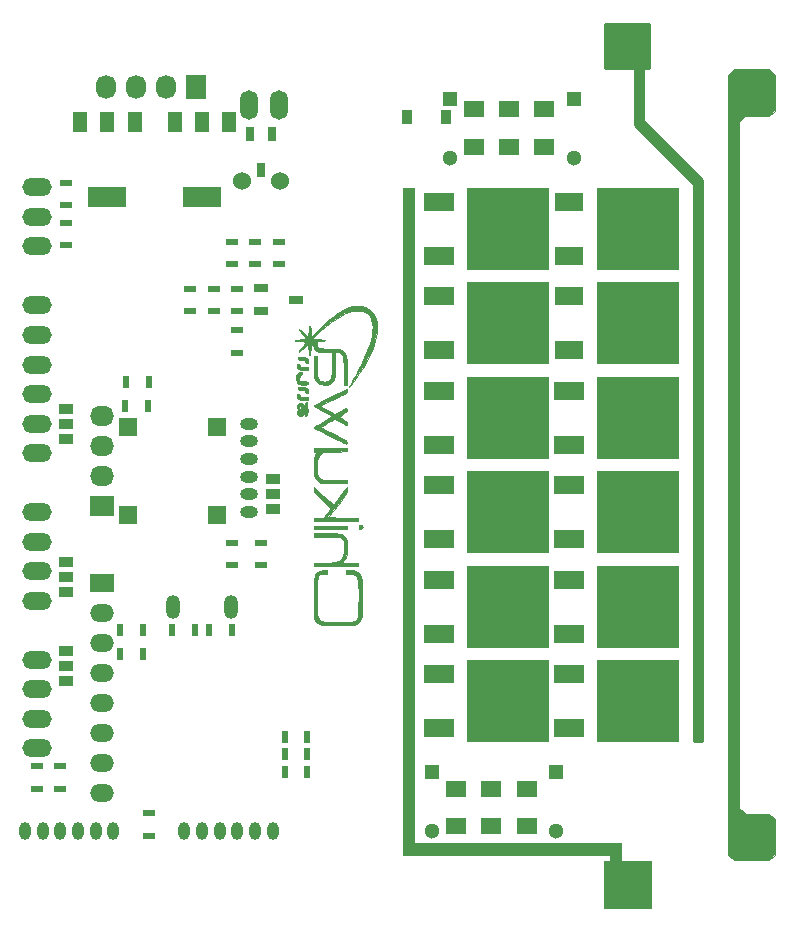
<source format=gbr>
G04 #@! TF.FileFunction,Soldermask,Bot*
%FSLAX46Y46*%
G04 Gerber Fmt 4.6, Leading zero omitted, Abs format (unit mm)*
G04 Created by KiCad (PCBNEW 4.0.7) date 10/26/17 16:00:21*
%MOMM*%
%LPD*%
G01*
G04 APERTURE LIST*
%ADD10C,0.100000*%
%ADD11C,0.010000*%
%ADD12R,1.727200X2.032000*%
%ADD13O,1.727200X2.032000*%
%ADD14R,1.300000X1.300000*%
%ADD15C,1.300000*%
%ADD16O,1.500000X2.500000*%
%ADD17O,1.000000X1.524000*%
%ADD18O,1.524000X1.000000*%
%ADD19R,1.200000X1.700000*%
%ADD20R,3.300000X1.700000*%
%ADD21R,2.499360X1.501140*%
%ADD22R,7.000240X7.000240*%
%ADD23R,2.400000X1.500000*%
%ADD24R,2.032000X1.727200*%
%ADD25O,2.032000X1.727200*%
%ADD26R,0.910000X1.220000*%
%ADD27O,2.500000X1.500000*%
%ADD28R,0.600000X1.000000*%
%ADD29R,1.000000X0.600000*%
%ADD30R,1.800000X1.400000*%
%ADD31R,1.270000X0.965200*%
%ADD32R,1.200000X0.800100*%
%ADD33R,0.800100X1.200000*%
%ADD34O,1.200000X2.000000*%
%ADD35C,1.524000*%
%ADD36R,2.000000X1.500000*%
%ADD37O,2.000000X1.500000*%
%ADD38R,1.524000X1.524000*%
%ADD39C,0.026000*%
%ADD40C,0.254000*%
G04 APERTURE END LIST*
D10*
D11*
G36*
X47811213Y-27975741D02*
X47742124Y-27630781D01*
X47675396Y-27448541D01*
X47482901Y-27112289D01*
X47248846Y-26861513D01*
X46962695Y-26684941D01*
X46960870Y-26684115D01*
X46819655Y-26627122D01*
X46681670Y-26591356D01*
X46516809Y-26572358D01*
X46294966Y-26565666D01*
X46160400Y-26565512D01*
X45902680Y-26569793D01*
X45713462Y-26583919D01*
X45559738Y-26613409D01*
X45408501Y-26663786D01*
X45296800Y-26709955D01*
X44917800Y-26901894D01*
X44499592Y-27163632D01*
X44060215Y-27481033D01*
X43617707Y-27839959D01*
X43190105Y-28226272D01*
X42795448Y-28625834D01*
X42657594Y-28778513D01*
X42478963Y-28977565D01*
X42354900Y-29098017D01*
X42275281Y-29139608D01*
X42229985Y-29102080D01*
X42208886Y-28985174D01*
X42201861Y-28788631D01*
X42201571Y-28766850D01*
X42190329Y-28522192D01*
X42166803Y-28342786D01*
X42135975Y-28234718D01*
X42102829Y-28204072D01*
X42072347Y-28256933D01*
X42049512Y-28399384D01*
X42040368Y-28570000D01*
X42030519Y-28758182D01*
X42012948Y-28927585D01*
X42001490Y-28994733D01*
X41969400Y-29140066D01*
X41599006Y-28829633D01*
X41436299Y-28695688D01*
X41303369Y-28590782D01*
X41218739Y-28529301D01*
X41199276Y-28519200D01*
X41207765Y-28554676D01*
X41269076Y-28649035D01*
X41369732Y-28784175D01*
X41496254Y-28941994D01*
X41634097Y-29103186D01*
X41813895Y-29306171D01*
X41342823Y-29364144D01*
X41135208Y-29391847D01*
X40968671Y-29418117D01*
X40866890Y-29439017D01*
X40847312Y-29446556D01*
X40873343Y-29471601D01*
X40969414Y-29500191D01*
X40983387Y-29503098D01*
X41135936Y-29523023D01*
X41324716Y-29534273D01*
X41387396Y-29535200D01*
X41593769Y-29540865D01*
X41707830Y-29564818D01*
X41738563Y-29617494D01*
X41694952Y-29709331D01*
X41621389Y-29807028D01*
X41437202Y-30041509D01*
X41301676Y-30223058D01*
X41220187Y-30344095D01*
X41198113Y-30397042D01*
X41201625Y-30398800D01*
X41251014Y-30367467D01*
X41358350Y-30283117D01*
X41505640Y-30160229D01*
X41610174Y-30070124D01*
X41987040Y-29741447D01*
X42018385Y-30082824D01*
X42039669Y-30290511D01*
X42063246Y-30484647D01*
X42080584Y-30602000D01*
X42102511Y-30714141D01*
X42119972Y-30734225D01*
X42144269Y-30670567D01*
X42149656Y-30652800D01*
X42170539Y-30535504D01*
X42186370Y-30358354D01*
X42192937Y-30191367D01*
X42200067Y-30015821D01*
X42213765Y-29883390D01*
X42230080Y-29824855D01*
X42300734Y-29810579D01*
X42379337Y-29864692D01*
X42437902Y-29960550D01*
X42452000Y-30036133D01*
X42496086Y-30189528D01*
X42581175Y-30299244D01*
X42641463Y-30349357D01*
X42710187Y-30384375D01*
X42807024Y-30407822D01*
X42951651Y-30423225D01*
X43163745Y-30434109D01*
X43373769Y-30441267D01*
X44037189Y-30461938D01*
X44017542Y-31459069D01*
X44008944Y-31820721D01*
X43998412Y-32095485D01*
X43984603Y-32298072D01*
X43966176Y-32443192D01*
X43941787Y-32545556D01*
X43911932Y-32616488D01*
X43806562Y-32787690D01*
X43698199Y-32885476D01*
X43553502Y-32929332D01*
X43360463Y-32938800D01*
X43164840Y-32925305D01*
X43011292Y-32877985D01*
X42895061Y-32786592D01*
X42811393Y-32640875D01*
X42755530Y-32430587D01*
X42722717Y-32145477D01*
X42708197Y-31775297D01*
X42706284Y-31529100D01*
X42706000Y-30754400D01*
X42452000Y-30754400D01*
X42453116Y-31630700D01*
X42457170Y-32012161D01*
X42470881Y-32308253D01*
X42498210Y-32535051D01*
X42543119Y-32708626D01*
X42609570Y-32845052D01*
X42701526Y-32960401D01*
X42804269Y-33055202D01*
X42896761Y-33124844D01*
X42989434Y-33166092D01*
X43112643Y-33186224D01*
X43296745Y-33192519D01*
X43378164Y-33192800D01*
X43582568Y-33191117D01*
X43715338Y-33179552D01*
X43806438Y-33148334D01*
X43885834Y-33087693D01*
X43973064Y-32998817D01*
X44071033Y-32885638D01*
X44146024Y-32768145D01*
X44201015Y-32631083D01*
X44238981Y-32459195D01*
X44262899Y-32237226D01*
X44275746Y-31949920D01*
X44280498Y-31582021D01*
X44280800Y-31421607D01*
X44280800Y-30449600D01*
X44476127Y-30449600D01*
X44639197Y-30472908D01*
X44762094Y-30554363D01*
X44865367Y-30711266D01*
X44913863Y-30818128D01*
X44941269Y-30904466D01*
X44961802Y-31023684D01*
X44976301Y-31189556D01*
X44985607Y-31415857D01*
X44990560Y-31716359D01*
X44992000Y-32098969D01*
X44992000Y-33192800D01*
X45296800Y-33192800D01*
X45296800Y-32135221D01*
X45293721Y-31699870D01*
X45282962Y-31352371D01*
X45262246Y-31079119D01*
X45229294Y-30866508D01*
X45181829Y-30700934D01*
X45117570Y-30568793D01*
X45034241Y-30456478D01*
X45011436Y-30431267D01*
X44904712Y-30329534D01*
X44790361Y-30254705D01*
X44651024Y-30202823D01*
X44469344Y-30169933D01*
X44227960Y-30152076D01*
X43909516Y-30145297D01*
X43754660Y-30144800D01*
X43418608Y-30142334D01*
X43169852Y-30131262D01*
X42994136Y-30106072D01*
X42877202Y-30061255D01*
X42804796Y-29991299D01*
X42762658Y-29890695D01*
X42736534Y-29753930D01*
X42736123Y-29751100D01*
X42704800Y-29535200D01*
X42946700Y-29530137D01*
X43122059Y-29519364D01*
X43274999Y-29498324D01*
X43315600Y-29488892D01*
X43442600Y-29452711D01*
X43310161Y-29418610D01*
X43199617Y-29399185D01*
X43020307Y-29377095D01*
X42804854Y-29356187D01*
X42727564Y-29349908D01*
X42277407Y-29315306D01*
X42656804Y-28964343D01*
X43082684Y-28586898D01*
X43522092Y-28227844D01*
X43961335Y-27896645D01*
X44386722Y-27602764D01*
X44784562Y-27355665D01*
X45141162Y-27164813D01*
X45439741Y-27040696D01*
X45726895Y-26970173D01*
X46038392Y-26934791D01*
X46341271Y-26935272D01*
X46602573Y-26972341D01*
X46725768Y-27012481D01*
X46997050Y-27170051D01*
X47199959Y-27380416D01*
X47339035Y-27652455D01*
X47418814Y-27995047D01*
X47443834Y-28417073D01*
X47443833Y-28417600D01*
X47436838Y-28671587D01*
X47413671Y-28909624D01*
X47369482Y-29154597D01*
X47299423Y-29429391D01*
X47198645Y-29756890D01*
X47094234Y-30067600D01*
X46983908Y-30358641D01*
X46832168Y-30716228D01*
X46649073Y-31119314D01*
X46444683Y-31546848D01*
X46229058Y-31977781D01*
X46012258Y-32391065D01*
X45807013Y-32761000D01*
X45683832Y-32975610D01*
X45579002Y-33158340D01*
X45502902Y-33291093D01*
X45465911Y-33355769D01*
X45464703Y-33357900D01*
X45464225Y-33395475D01*
X45468037Y-33396000D01*
X45506306Y-33357710D01*
X45591673Y-33253645D01*
X45711227Y-33100015D01*
X45842344Y-32926100D01*
X46333834Y-32221927D01*
X46769336Y-31509295D01*
X47141886Y-30801927D01*
X47444517Y-30113544D01*
X47670263Y-29457867D01*
X47744320Y-29179600D01*
X47813415Y-28777875D01*
X47835345Y-28367347D01*
X47811213Y-27975741D01*
X47811213Y-27975741D01*
G37*
X47811213Y-27975741D02*
X47742124Y-27630781D01*
X47675396Y-27448541D01*
X47482901Y-27112289D01*
X47248846Y-26861513D01*
X46962695Y-26684941D01*
X46960870Y-26684115D01*
X46819655Y-26627122D01*
X46681670Y-26591356D01*
X46516809Y-26572358D01*
X46294966Y-26565666D01*
X46160400Y-26565512D01*
X45902680Y-26569793D01*
X45713462Y-26583919D01*
X45559738Y-26613409D01*
X45408501Y-26663786D01*
X45296800Y-26709955D01*
X44917800Y-26901894D01*
X44499592Y-27163632D01*
X44060215Y-27481033D01*
X43617707Y-27839959D01*
X43190105Y-28226272D01*
X42795448Y-28625834D01*
X42657594Y-28778513D01*
X42478963Y-28977565D01*
X42354900Y-29098017D01*
X42275281Y-29139608D01*
X42229985Y-29102080D01*
X42208886Y-28985174D01*
X42201861Y-28788631D01*
X42201571Y-28766850D01*
X42190329Y-28522192D01*
X42166803Y-28342786D01*
X42135975Y-28234718D01*
X42102829Y-28204072D01*
X42072347Y-28256933D01*
X42049512Y-28399384D01*
X42040368Y-28570000D01*
X42030519Y-28758182D01*
X42012948Y-28927585D01*
X42001490Y-28994733D01*
X41969400Y-29140066D01*
X41599006Y-28829633D01*
X41436299Y-28695688D01*
X41303369Y-28590782D01*
X41218739Y-28529301D01*
X41199276Y-28519200D01*
X41207765Y-28554676D01*
X41269076Y-28649035D01*
X41369732Y-28784175D01*
X41496254Y-28941994D01*
X41634097Y-29103186D01*
X41813895Y-29306171D01*
X41342823Y-29364144D01*
X41135208Y-29391847D01*
X40968671Y-29418117D01*
X40866890Y-29439017D01*
X40847312Y-29446556D01*
X40873343Y-29471601D01*
X40969414Y-29500191D01*
X40983387Y-29503098D01*
X41135936Y-29523023D01*
X41324716Y-29534273D01*
X41387396Y-29535200D01*
X41593769Y-29540865D01*
X41707830Y-29564818D01*
X41738563Y-29617494D01*
X41694952Y-29709331D01*
X41621389Y-29807028D01*
X41437202Y-30041509D01*
X41301676Y-30223058D01*
X41220187Y-30344095D01*
X41198113Y-30397042D01*
X41201625Y-30398800D01*
X41251014Y-30367467D01*
X41358350Y-30283117D01*
X41505640Y-30160229D01*
X41610174Y-30070124D01*
X41987040Y-29741447D01*
X42018385Y-30082824D01*
X42039669Y-30290511D01*
X42063246Y-30484647D01*
X42080584Y-30602000D01*
X42102511Y-30714141D01*
X42119972Y-30734225D01*
X42144269Y-30670567D01*
X42149656Y-30652800D01*
X42170539Y-30535504D01*
X42186370Y-30358354D01*
X42192937Y-30191367D01*
X42200067Y-30015821D01*
X42213765Y-29883390D01*
X42230080Y-29824855D01*
X42300734Y-29810579D01*
X42379337Y-29864692D01*
X42437902Y-29960550D01*
X42452000Y-30036133D01*
X42496086Y-30189528D01*
X42581175Y-30299244D01*
X42641463Y-30349357D01*
X42710187Y-30384375D01*
X42807024Y-30407822D01*
X42951651Y-30423225D01*
X43163745Y-30434109D01*
X43373769Y-30441267D01*
X44037189Y-30461938D01*
X44017542Y-31459069D01*
X44008944Y-31820721D01*
X43998412Y-32095485D01*
X43984603Y-32298072D01*
X43966176Y-32443192D01*
X43941787Y-32545556D01*
X43911932Y-32616488D01*
X43806562Y-32787690D01*
X43698199Y-32885476D01*
X43553502Y-32929332D01*
X43360463Y-32938800D01*
X43164840Y-32925305D01*
X43011292Y-32877985D01*
X42895061Y-32786592D01*
X42811393Y-32640875D01*
X42755530Y-32430587D01*
X42722717Y-32145477D01*
X42708197Y-31775297D01*
X42706284Y-31529100D01*
X42706000Y-30754400D01*
X42452000Y-30754400D01*
X42453116Y-31630700D01*
X42457170Y-32012161D01*
X42470881Y-32308253D01*
X42498210Y-32535051D01*
X42543119Y-32708626D01*
X42609570Y-32845052D01*
X42701526Y-32960401D01*
X42804269Y-33055202D01*
X42896761Y-33124844D01*
X42989434Y-33166092D01*
X43112643Y-33186224D01*
X43296745Y-33192519D01*
X43378164Y-33192800D01*
X43582568Y-33191117D01*
X43715338Y-33179552D01*
X43806438Y-33148334D01*
X43885834Y-33087693D01*
X43973064Y-32998817D01*
X44071033Y-32885638D01*
X44146024Y-32768145D01*
X44201015Y-32631083D01*
X44238981Y-32459195D01*
X44262899Y-32237226D01*
X44275746Y-31949920D01*
X44280498Y-31582021D01*
X44280800Y-31421607D01*
X44280800Y-30449600D01*
X44476127Y-30449600D01*
X44639197Y-30472908D01*
X44762094Y-30554363D01*
X44865367Y-30711266D01*
X44913863Y-30818128D01*
X44941269Y-30904466D01*
X44961802Y-31023684D01*
X44976301Y-31189556D01*
X44985607Y-31415857D01*
X44990560Y-31716359D01*
X44992000Y-32098969D01*
X44992000Y-33192800D01*
X45296800Y-33192800D01*
X45296800Y-32135221D01*
X45293721Y-31699870D01*
X45282962Y-31352371D01*
X45262246Y-31079119D01*
X45229294Y-30866508D01*
X45181829Y-30700934D01*
X45117570Y-30568793D01*
X45034241Y-30456478D01*
X45011436Y-30431267D01*
X44904712Y-30329534D01*
X44790361Y-30254705D01*
X44651024Y-30202823D01*
X44469344Y-30169933D01*
X44227960Y-30152076D01*
X43909516Y-30145297D01*
X43754660Y-30144800D01*
X43418608Y-30142334D01*
X43169852Y-30131262D01*
X42994136Y-30106072D01*
X42877202Y-30061255D01*
X42804796Y-29991299D01*
X42762658Y-29890695D01*
X42736534Y-29753930D01*
X42736123Y-29751100D01*
X42704800Y-29535200D01*
X42946700Y-29530137D01*
X43122059Y-29519364D01*
X43274999Y-29498324D01*
X43315600Y-29488892D01*
X43442600Y-29452711D01*
X43310161Y-29418610D01*
X43199617Y-29399185D01*
X43020307Y-29377095D01*
X42804854Y-29356187D01*
X42727564Y-29349908D01*
X42277407Y-29315306D01*
X42656804Y-28964343D01*
X43082684Y-28586898D01*
X43522092Y-28227844D01*
X43961335Y-27896645D01*
X44386722Y-27602764D01*
X44784562Y-27355665D01*
X45141162Y-27164813D01*
X45439741Y-27040696D01*
X45726895Y-26970173D01*
X46038392Y-26934791D01*
X46341271Y-26935272D01*
X46602573Y-26972341D01*
X46725768Y-27012481D01*
X46997050Y-27170051D01*
X47199959Y-27380416D01*
X47339035Y-27652455D01*
X47418814Y-27995047D01*
X47443834Y-28417073D01*
X47443833Y-28417600D01*
X47436838Y-28671587D01*
X47413671Y-28909624D01*
X47369482Y-29154597D01*
X47299423Y-29429391D01*
X47198645Y-29756890D01*
X47094234Y-30067600D01*
X46983908Y-30358641D01*
X46832168Y-30716228D01*
X46649073Y-31119314D01*
X46444683Y-31546848D01*
X46229058Y-31977781D01*
X46012258Y-32391065D01*
X45807013Y-32761000D01*
X45683832Y-32975610D01*
X45579002Y-33158340D01*
X45502902Y-33291093D01*
X45465911Y-33355769D01*
X45464703Y-33357900D01*
X45464225Y-33395475D01*
X45468037Y-33396000D01*
X45506306Y-33357710D01*
X45591673Y-33253645D01*
X45711227Y-33100015D01*
X45842344Y-32926100D01*
X46333834Y-32221927D01*
X46769336Y-31509295D01*
X47141886Y-30801927D01*
X47444517Y-30113544D01*
X47670263Y-29457867D01*
X47744320Y-29179600D01*
X47813415Y-28777875D01*
X47835345Y-28367347D01*
X47811213Y-27975741D01*
G36*
X41988835Y-33003197D02*
X41956397Y-32964563D01*
X41875675Y-32943772D01*
X41724857Y-32932472D01*
X41629992Y-32928326D01*
X41439673Y-32917982D01*
X41326941Y-32900603D01*
X41267795Y-32867566D01*
X41238236Y-32810249D01*
X41231000Y-32784974D01*
X41222079Y-32620481D01*
X41274131Y-32480113D01*
X41373557Y-32398263D01*
X41385336Y-32394684D01*
X41463521Y-32337617D01*
X41490789Y-32247167D01*
X41466542Y-32163305D01*
X41390182Y-32126003D01*
X41389355Y-32126000D01*
X41212821Y-32159840D01*
X41088891Y-32272083D01*
X41053122Y-32332834D01*
X40990115Y-32534474D01*
X40982713Y-32757950D01*
X41029127Y-32961362D01*
X41084088Y-33058950D01*
X41144862Y-33126336D01*
X41213814Y-33166312D01*
X41317813Y-33185959D01*
X41483730Y-33192357D01*
X41592088Y-33192800D01*
X41792556Y-33191360D01*
X41912242Y-33182739D01*
X41971965Y-33160489D01*
X41992539Y-33118158D01*
X41994800Y-33068026D01*
X41988835Y-33003197D01*
X41988835Y-33003197D01*
G37*
X41988835Y-33003197D02*
X41956397Y-32964563D01*
X41875675Y-32943772D01*
X41724857Y-32932472D01*
X41629992Y-32928326D01*
X41439673Y-32917982D01*
X41326941Y-32900603D01*
X41267795Y-32867566D01*
X41238236Y-32810249D01*
X41231000Y-32784974D01*
X41222079Y-32620481D01*
X41274131Y-32480113D01*
X41373557Y-32398263D01*
X41385336Y-32394684D01*
X41463521Y-32337617D01*
X41490789Y-32247167D01*
X41466542Y-32163305D01*
X41390182Y-32126003D01*
X41389355Y-32126000D01*
X41212821Y-32159840D01*
X41088891Y-32272083D01*
X41053122Y-32332834D01*
X40990115Y-32534474D01*
X40982713Y-32757950D01*
X41029127Y-32961362D01*
X41084088Y-33058950D01*
X41144862Y-33126336D01*
X41213814Y-33166312D01*
X41317813Y-33185959D01*
X41483730Y-33192357D01*
X41592088Y-33192800D01*
X41792556Y-33191360D01*
X41912242Y-33182739D01*
X41971965Y-33160489D01*
X41992539Y-33118158D01*
X41994800Y-33068026D01*
X41988835Y-33003197D01*
G36*
X41971477Y-35294687D02*
X41939044Y-35275600D01*
X41906748Y-35227099D01*
X41897063Y-35086083D01*
X41900944Y-34983500D01*
X41907459Y-34818436D01*
X41896859Y-34730651D01*
X41862304Y-34696348D01*
X41817000Y-34691400D01*
X41728356Y-34730797D01*
X41708100Y-34793000D01*
X41700081Y-34910026D01*
X41689705Y-35067766D01*
X41687771Y-35097800D01*
X41674741Y-35301000D01*
X41644271Y-35074030D01*
X41607372Y-34911672D01*
X41538193Y-34812789D01*
X41474100Y-34769230D01*
X41363313Y-34720011D01*
X41272904Y-34730189D01*
X41194700Y-34769197D01*
X41089749Y-34857475D01*
X41044154Y-34991136D01*
X41039234Y-35035897D01*
X41037087Y-35161501D01*
X41067481Y-35215138D01*
X41124601Y-35224800D01*
X41215097Y-35183101D01*
X41241967Y-35110500D01*
X41283796Y-35015539D01*
X41349591Y-35001598D01*
X41408141Y-35064387D01*
X41426675Y-35135900D01*
X41425409Y-35235851D01*
X41369719Y-35271830D01*
X41297135Y-35275600D01*
X41139617Y-35306754D01*
X41053289Y-35406146D01*
X41029600Y-35562280D01*
X41066713Y-35724791D01*
X41142504Y-35806120D01*
X41256039Y-35866195D01*
X41309862Y-35879248D01*
X41309862Y-35615739D01*
X41257006Y-35575423D01*
X41260370Y-35526090D01*
X41331637Y-35482634D01*
X41362799Y-35478800D01*
X41428599Y-35509931D01*
X41420153Y-35574364D01*
X41385200Y-35605800D01*
X41309862Y-35615739D01*
X41309862Y-35879248D01*
X41334400Y-35885200D01*
X41473956Y-35840830D01*
X41593034Y-35730592D01*
X41653668Y-35592546D01*
X41667646Y-35521619D01*
X41676496Y-35542704D01*
X41682389Y-35643900D01*
X41698184Y-35772551D01*
X41741664Y-35826697D01*
X41791600Y-35834400D01*
X41861625Y-35814512D01*
X41889879Y-35736867D01*
X41893200Y-35656600D01*
X41905960Y-35539080D01*
X41937334Y-35480336D01*
X41944000Y-35478800D01*
X41985275Y-35436253D01*
X41994800Y-35377200D01*
X41971477Y-35294687D01*
X41971477Y-35294687D01*
G37*
X41971477Y-35294687D02*
X41939044Y-35275600D01*
X41906748Y-35227099D01*
X41897063Y-35086083D01*
X41900944Y-34983500D01*
X41907459Y-34818436D01*
X41896859Y-34730651D01*
X41862304Y-34696348D01*
X41817000Y-34691400D01*
X41728356Y-34730797D01*
X41708100Y-34793000D01*
X41700081Y-34910026D01*
X41689705Y-35067766D01*
X41687771Y-35097800D01*
X41674741Y-35301000D01*
X41644271Y-35074030D01*
X41607372Y-34911672D01*
X41538193Y-34812789D01*
X41474100Y-34769230D01*
X41363313Y-34720011D01*
X41272904Y-34730189D01*
X41194700Y-34769197D01*
X41089749Y-34857475D01*
X41044154Y-34991136D01*
X41039234Y-35035897D01*
X41037087Y-35161501D01*
X41067481Y-35215138D01*
X41124601Y-35224800D01*
X41215097Y-35183101D01*
X41241967Y-35110500D01*
X41283796Y-35015539D01*
X41349591Y-35001598D01*
X41408141Y-35064387D01*
X41426675Y-35135900D01*
X41425409Y-35235851D01*
X41369719Y-35271830D01*
X41297135Y-35275600D01*
X41139617Y-35306754D01*
X41053289Y-35406146D01*
X41029600Y-35562280D01*
X41066713Y-35724791D01*
X41142504Y-35806120D01*
X41256039Y-35866195D01*
X41309862Y-35879248D01*
X41309862Y-35615739D01*
X41257006Y-35575423D01*
X41260370Y-35526090D01*
X41331637Y-35482634D01*
X41362799Y-35478800D01*
X41428599Y-35509931D01*
X41420153Y-35574364D01*
X41385200Y-35605800D01*
X41309862Y-35615739D01*
X41309862Y-35879248D01*
X41334400Y-35885200D01*
X41473956Y-35840830D01*
X41593034Y-35730592D01*
X41653668Y-35592546D01*
X41667646Y-35521619D01*
X41676496Y-35542704D01*
X41682389Y-35643900D01*
X41698184Y-35772551D01*
X41741664Y-35826697D01*
X41791600Y-35834400D01*
X41861625Y-35814512D01*
X41889879Y-35736867D01*
X41893200Y-35656600D01*
X41905960Y-35539080D01*
X41937334Y-35480336D01*
X41944000Y-35478800D01*
X41985275Y-35436253D01*
X41994800Y-35377200D01*
X41971477Y-35294687D01*
G36*
X41988299Y-34322523D02*
X41953812Y-34283659D01*
X41868870Y-34263174D01*
X41710999Y-34251914D01*
X41651900Y-34249222D01*
X41468424Y-34238058D01*
X41363127Y-34219130D01*
X41312593Y-34184004D01*
X41293404Y-34124249D01*
X41292767Y-34119900D01*
X41247599Y-34028335D01*
X41153067Y-34005600D01*
X41062051Y-34024688D01*
X41031635Y-34102067D01*
X41030378Y-34145300D01*
X41043739Y-34269450D01*
X41068478Y-34340896D01*
X41191203Y-34440413D01*
X41400164Y-34497537D01*
X41661261Y-34513600D01*
X41839910Y-34511357D01*
X41939797Y-34498937D01*
X41983748Y-34467809D01*
X41994589Y-34409441D01*
X41994800Y-34388922D01*
X41988299Y-34322523D01*
X41988299Y-34322523D01*
G37*
X41988299Y-34322523D02*
X41953812Y-34283659D01*
X41868870Y-34263174D01*
X41710999Y-34251914D01*
X41651900Y-34249222D01*
X41468424Y-34238058D01*
X41363127Y-34219130D01*
X41312593Y-34184004D01*
X41293404Y-34124249D01*
X41292767Y-34119900D01*
X41247599Y-34028335D01*
X41153067Y-34005600D01*
X41062051Y-34024688D01*
X41031635Y-34102067D01*
X41030378Y-34145300D01*
X41043739Y-34269450D01*
X41068478Y-34340896D01*
X41191203Y-34440413D01*
X41400164Y-34497537D01*
X41661261Y-34513600D01*
X41839910Y-34511357D01*
X41939797Y-34498937D01*
X41983748Y-34467809D01*
X41994589Y-34409441D01*
X41994800Y-34388922D01*
X41988299Y-34322523D01*
G36*
X41988299Y-31782523D02*
X41953812Y-31743659D01*
X41868870Y-31723174D01*
X41710999Y-31711914D01*
X41651900Y-31709222D01*
X41468424Y-31698058D01*
X41363127Y-31679130D01*
X41312593Y-31644004D01*
X41293404Y-31584249D01*
X41292767Y-31579900D01*
X41247599Y-31488335D01*
X41153067Y-31465600D01*
X41062051Y-31484688D01*
X41031635Y-31562067D01*
X41030378Y-31605300D01*
X41043739Y-31729450D01*
X41068478Y-31800896D01*
X41191203Y-31900413D01*
X41400164Y-31957537D01*
X41661261Y-31973600D01*
X41839910Y-31971357D01*
X41939797Y-31958937D01*
X41983748Y-31927809D01*
X41994589Y-31869441D01*
X41994800Y-31848922D01*
X41988299Y-31782523D01*
X41988299Y-31782523D01*
G37*
X41988299Y-31782523D02*
X41953812Y-31743659D01*
X41868870Y-31723174D01*
X41710999Y-31711914D01*
X41651900Y-31709222D01*
X41468424Y-31698058D01*
X41363127Y-31679130D01*
X41312593Y-31644004D01*
X41293404Y-31584249D01*
X41292767Y-31579900D01*
X41247599Y-31488335D01*
X41153067Y-31465600D01*
X41062051Y-31484688D01*
X41031635Y-31562067D01*
X41030378Y-31605300D01*
X41043739Y-31729450D01*
X41068478Y-31800896D01*
X41191203Y-31900413D01*
X41400164Y-31957537D01*
X41661261Y-31973600D01*
X41839910Y-31971357D01*
X41939797Y-31958937D01*
X41983748Y-31927809D01*
X41994589Y-31869441D01*
X41994800Y-31848922D01*
X41988299Y-31782523D01*
G36*
X41961146Y-33595431D02*
X41859220Y-33481251D01*
X41679993Y-33416520D01*
X41415215Y-33396001D01*
X41413940Y-33396000D01*
X41252665Y-33399294D01*
X41168255Y-33416422D01*
X41136021Y-33458252D01*
X41131200Y-33520465D01*
X41139298Y-33591109D01*
X41179747Y-33630481D01*
X41276781Y-33650171D01*
X41423300Y-33660165D01*
X41590367Y-33673377D01*
X41681194Y-33697827D01*
X41721138Y-33744169D01*
X41731634Y-33789700D01*
X41776802Y-33881266D01*
X41871334Y-33904000D01*
X41962350Y-33884913D01*
X41992766Y-33807534D01*
X41994023Y-33764300D01*
X41961146Y-33595431D01*
X41961146Y-33595431D01*
G37*
X41961146Y-33595431D02*
X41859220Y-33481251D01*
X41679993Y-33416520D01*
X41415215Y-33396001D01*
X41413940Y-33396000D01*
X41252665Y-33399294D01*
X41168255Y-33416422D01*
X41136021Y-33458252D01*
X41131200Y-33520465D01*
X41139298Y-33591109D01*
X41179747Y-33630481D01*
X41276781Y-33650171D01*
X41423300Y-33660165D01*
X41590367Y-33673377D01*
X41681194Y-33697827D01*
X41721138Y-33744169D01*
X41731634Y-33789700D01*
X41776802Y-33881266D01*
X41871334Y-33904000D01*
X41962350Y-33884913D01*
X41992766Y-33807534D01*
X41994023Y-33764300D01*
X41961146Y-33595431D01*
G36*
X41961146Y-31055431D02*
X41859220Y-30941251D01*
X41679993Y-30876520D01*
X41415215Y-30856001D01*
X41413940Y-30856000D01*
X41252665Y-30859294D01*
X41168255Y-30876422D01*
X41136021Y-30918252D01*
X41131200Y-30980465D01*
X41139298Y-31051109D01*
X41179747Y-31090481D01*
X41276781Y-31110171D01*
X41423300Y-31120165D01*
X41590367Y-31133377D01*
X41681194Y-31157827D01*
X41721138Y-31204169D01*
X41731634Y-31249700D01*
X41776802Y-31341266D01*
X41871334Y-31364000D01*
X41962350Y-31344913D01*
X41992766Y-31267534D01*
X41994023Y-31224300D01*
X41961146Y-31055431D01*
X41961146Y-31055431D01*
G37*
X41961146Y-31055431D02*
X41859220Y-30941251D01*
X41679993Y-30876520D01*
X41415215Y-30856001D01*
X41413940Y-30856000D01*
X41252665Y-30859294D01*
X41168255Y-30876422D01*
X41136021Y-30918252D01*
X41131200Y-30980465D01*
X41139298Y-31051109D01*
X41179747Y-31090481D01*
X41276781Y-31110171D01*
X41423300Y-31120165D01*
X41590367Y-31133377D01*
X41681194Y-31157827D01*
X41721138Y-31204169D01*
X41731634Y-31249700D01*
X41776802Y-31341266D01*
X41871334Y-31364000D01*
X41962350Y-31344913D01*
X41992766Y-31267534D01*
X41994023Y-31224300D01*
X41961146Y-31055431D01*
G36*
X46541137Y-50780095D02*
X46539870Y-50423146D01*
X46536884Y-50144112D01*
X46531465Y-49931150D01*
X46522897Y-49772418D01*
X46510464Y-49656074D01*
X46493453Y-49570274D01*
X46471148Y-49503176D01*
X46442833Y-49442939D01*
X46432506Y-49423400D01*
X46258973Y-49177419D01*
X46039089Y-49011380D01*
X45760617Y-48918586D01*
X45461900Y-48892230D01*
X45195200Y-48890000D01*
X45195200Y-49234135D01*
X45556925Y-49254575D01*
X45754788Y-49270279D01*
X45881640Y-49296607D01*
X45968069Y-49343670D01*
X46037785Y-49413517D01*
X46102078Y-49497431D01*
X46153253Y-49591293D01*
X46192587Y-49706884D01*
X46221356Y-49855982D01*
X46240836Y-50050365D01*
X46252304Y-50301813D01*
X46257036Y-50622104D01*
X46256309Y-51023016D01*
X46252792Y-51397594D01*
X46247603Y-51819049D01*
X46242063Y-52151411D01*
X46235234Y-52407188D01*
X46226177Y-52598886D01*
X46213954Y-52739012D01*
X46197626Y-52840071D01*
X46176256Y-52914571D01*
X46148905Y-52975019D01*
X46132220Y-53004687D01*
X46076142Y-53093864D01*
X46016662Y-53163618D01*
X45941227Y-53216338D01*
X45837284Y-53254412D01*
X45692282Y-53280228D01*
X45493669Y-53296175D01*
X45228892Y-53304642D01*
X44885401Y-53308018D01*
X44534800Y-53308662D01*
X44109228Y-53307835D01*
X43772642Y-53302852D01*
X43512433Y-53290598D01*
X43315994Y-53267958D01*
X43170716Y-53231816D01*
X43063990Y-53179057D01*
X42983209Y-53106567D01*
X42915763Y-53011229D01*
X42850382Y-52892493D01*
X42817738Y-52826392D01*
X42791992Y-52759188D01*
X42772302Y-52678440D01*
X42757824Y-52571706D01*
X42747715Y-52426544D01*
X42741131Y-52230512D01*
X42737229Y-51971169D01*
X42735166Y-51636072D01*
X42734098Y-51212779D01*
X42734033Y-51176000D01*
X42733964Y-50682734D01*
X42737647Y-50281555D01*
X42748054Y-49962952D01*
X42768161Y-49717415D01*
X42800940Y-49535434D01*
X42849366Y-49407498D01*
X42916412Y-49324097D01*
X43005052Y-49275720D01*
X43118260Y-49252858D01*
X43259010Y-49246000D01*
X43337661Y-49245600D01*
X43620400Y-49245600D01*
X43620400Y-48876090D01*
X43284094Y-48903086D01*
X43014479Y-48945089D01*
X42818135Y-49030289D01*
X42670875Y-49173160D01*
X42579000Y-49325079D01*
X42550721Y-49386446D01*
X42528098Y-49455000D01*
X42510421Y-49542452D01*
X42496980Y-49660513D01*
X42487064Y-49820896D01*
X42479964Y-50035310D01*
X42474968Y-50315469D01*
X42471366Y-50673082D01*
X42468449Y-51119861D01*
X42468275Y-51150600D01*
X42467356Y-51614981D01*
X42469919Y-52026648D01*
X42475734Y-52375859D01*
X42484572Y-52652872D01*
X42496206Y-52847944D01*
X42510404Y-52951334D01*
X42510638Y-52952145D01*
X42579134Y-53122400D01*
X42667015Y-53275392D01*
X42729948Y-53355812D01*
X42799478Y-53419760D01*
X42887416Y-53469111D01*
X43005575Y-53505739D01*
X43165767Y-53531517D01*
X43379804Y-53548318D01*
X43659499Y-53558016D01*
X44016663Y-53562485D01*
X44463108Y-53563599D01*
X44484001Y-53563600D01*
X44930005Y-53562639D01*
X45286558Y-53558590D01*
X45565798Y-53549707D01*
X45779864Y-53534243D01*
X45940895Y-53510451D01*
X46061031Y-53476584D01*
X46152410Y-53430896D01*
X46227172Y-53371639D01*
X46291879Y-53303448D01*
X46358199Y-53223124D01*
X46411626Y-53141306D01*
X46453547Y-53046446D01*
X46485349Y-52926998D01*
X46508420Y-52771416D01*
X46524147Y-52568154D01*
X46533917Y-52305665D01*
X46539118Y-51972404D01*
X46541137Y-51556824D01*
X46541400Y-51226800D01*
X46541137Y-50780095D01*
X46541137Y-50780095D01*
G37*
X46541137Y-50780095D02*
X46539870Y-50423146D01*
X46536884Y-50144112D01*
X46531465Y-49931150D01*
X46522897Y-49772418D01*
X46510464Y-49656074D01*
X46493453Y-49570274D01*
X46471148Y-49503176D01*
X46442833Y-49442939D01*
X46432506Y-49423400D01*
X46258973Y-49177419D01*
X46039089Y-49011380D01*
X45760617Y-48918586D01*
X45461900Y-48892230D01*
X45195200Y-48890000D01*
X45195200Y-49234135D01*
X45556925Y-49254575D01*
X45754788Y-49270279D01*
X45881640Y-49296607D01*
X45968069Y-49343670D01*
X46037785Y-49413517D01*
X46102078Y-49497431D01*
X46153253Y-49591293D01*
X46192587Y-49706884D01*
X46221356Y-49855982D01*
X46240836Y-50050365D01*
X46252304Y-50301813D01*
X46257036Y-50622104D01*
X46256309Y-51023016D01*
X46252792Y-51397594D01*
X46247603Y-51819049D01*
X46242063Y-52151411D01*
X46235234Y-52407188D01*
X46226177Y-52598886D01*
X46213954Y-52739012D01*
X46197626Y-52840071D01*
X46176256Y-52914571D01*
X46148905Y-52975019D01*
X46132220Y-53004687D01*
X46076142Y-53093864D01*
X46016662Y-53163618D01*
X45941227Y-53216338D01*
X45837284Y-53254412D01*
X45692282Y-53280228D01*
X45493669Y-53296175D01*
X45228892Y-53304642D01*
X44885401Y-53308018D01*
X44534800Y-53308662D01*
X44109228Y-53307835D01*
X43772642Y-53302852D01*
X43512433Y-53290598D01*
X43315994Y-53267958D01*
X43170716Y-53231816D01*
X43063990Y-53179057D01*
X42983209Y-53106567D01*
X42915763Y-53011229D01*
X42850382Y-52892493D01*
X42817738Y-52826392D01*
X42791992Y-52759188D01*
X42772302Y-52678440D01*
X42757824Y-52571706D01*
X42747715Y-52426544D01*
X42741131Y-52230512D01*
X42737229Y-51971169D01*
X42735166Y-51636072D01*
X42734098Y-51212779D01*
X42734033Y-51176000D01*
X42733964Y-50682734D01*
X42737647Y-50281555D01*
X42748054Y-49962952D01*
X42768161Y-49717415D01*
X42800940Y-49535434D01*
X42849366Y-49407498D01*
X42916412Y-49324097D01*
X43005052Y-49275720D01*
X43118260Y-49252858D01*
X43259010Y-49246000D01*
X43337661Y-49245600D01*
X43620400Y-49245600D01*
X43620400Y-48876090D01*
X43284094Y-48903086D01*
X43014479Y-48945089D01*
X42818135Y-49030289D01*
X42670875Y-49173160D01*
X42579000Y-49325079D01*
X42550721Y-49386446D01*
X42528098Y-49455000D01*
X42510421Y-49542452D01*
X42496980Y-49660513D01*
X42487064Y-49820896D01*
X42479964Y-50035310D01*
X42474968Y-50315469D01*
X42471366Y-50673082D01*
X42468449Y-51119861D01*
X42468275Y-51150600D01*
X42467356Y-51614981D01*
X42469919Y-52026648D01*
X42475734Y-52375859D01*
X42484572Y-52652872D01*
X42496206Y-52847944D01*
X42510404Y-52951334D01*
X42510638Y-52952145D01*
X42579134Y-53122400D01*
X42667015Y-53275392D01*
X42729948Y-53355812D01*
X42799478Y-53419760D01*
X42887416Y-53469111D01*
X43005575Y-53505739D01*
X43165767Y-53531517D01*
X43379804Y-53548318D01*
X43659499Y-53558016D01*
X44016663Y-53562485D01*
X44463108Y-53563599D01*
X44484001Y-53563600D01*
X44930005Y-53562639D01*
X45286558Y-53558590D01*
X45565798Y-53549707D01*
X45779864Y-53534243D01*
X45940895Y-53510451D01*
X46061031Y-53476584D01*
X46152410Y-53430896D01*
X46227172Y-53371639D01*
X46291879Y-53303448D01*
X46358199Y-53223124D01*
X46411626Y-53141306D01*
X46453547Y-53046446D01*
X46485349Y-52926998D01*
X46508420Y-52771416D01*
X46524147Y-52568154D01*
X46533917Y-52305665D01*
X46539118Y-51972404D01*
X46541137Y-51556824D01*
X46541400Y-51226800D01*
X46541137Y-50780095D01*
G36*
X44819670Y-48280400D02*
X44979461Y-48115300D01*
X45115859Y-47951941D01*
X45208523Y-47777881D01*
X45264536Y-47569255D01*
X45290986Y-47302197D01*
X45295685Y-47050132D01*
X45281682Y-46702611D01*
X45237539Y-46434494D01*
X45157531Y-46226561D01*
X45035933Y-46059595D01*
X44986002Y-46010484D01*
X44900937Y-45940713D01*
X44807826Y-45887359D01*
X44692239Y-45848270D01*
X44539745Y-45821294D01*
X44335913Y-45804280D01*
X44066312Y-45795074D01*
X43716512Y-45791526D01*
X43515493Y-45791200D01*
X42452000Y-45791200D01*
X42452000Y-46096000D01*
X44646560Y-46096000D01*
X44992000Y-46441440D01*
X44992000Y-47022011D01*
X44990845Y-47274407D01*
X44984112Y-47450198D01*
X44966906Y-47574377D01*
X44934330Y-47671937D01*
X44881485Y-47767871D01*
X44830456Y-47846469D01*
X44729818Y-47985732D01*
X44626227Y-48091651D01*
X44504327Y-48168728D01*
X44348761Y-48221462D01*
X44144173Y-48254354D01*
X43875206Y-48271906D01*
X43526504Y-48278617D01*
X43353700Y-48279285D01*
X42452000Y-48280400D01*
X42452000Y-48534400D01*
X46211200Y-48534400D01*
X46211200Y-48280400D01*
X44819670Y-48280400D01*
X44819670Y-48280400D01*
G37*
X44819670Y-48280400D02*
X44979461Y-48115300D01*
X45115859Y-47951941D01*
X45208523Y-47777881D01*
X45264536Y-47569255D01*
X45290986Y-47302197D01*
X45295685Y-47050132D01*
X45281682Y-46702611D01*
X45237539Y-46434494D01*
X45157531Y-46226561D01*
X45035933Y-46059595D01*
X44986002Y-46010484D01*
X44900937Y-45940713D01*
X44807826Y-45887359D01*
X44692239Y-45848270D01*
X44539745Y-45821294D01*
X44335913Y-45804280D01*
X44066312Y-45795074D01*
X43716512Y-45791526D01*
X43515493Y-45791200D01*
X42452000Y-45791200D01*
X42452000Y-46096000D01*
X44646560Y-46096000D01*
X44992000Y-46441440D01*
X44992000Y-47022011D01*
X44990845Y-47274407D01*
X44984112Y-47450198D01*
X44966906Y-47574377D01*
X44934330Y-47671937D01*
X44881485Y-47767871D01*
X44830456Y-47846469D01*
X44729818Y-47985732D01*
X44626227Y-48091651D01*
X44504327Y-48168728D01*
X44348761Y-48221462D01*
X44144173Y-48254354D01*
X43875206Y-48271906D01*
X43526504Y-48278617D01*
X43353700Y-48279285D01*
X42452000Y-48280400D01*
X42452000Y-48534400D01*
X46211200Y-48534400D01*
X46211200Y-48280400D01*
X44819670Y-48280400D01*
G36*
X42452000Y-45130800D02*
X42452000Y-45437208D01*
X45271400Y-45410200D01*
X45287475Y-45270500D01*
X45303549Y-45130800D01*
X42452000Y-45130800D01*
X42452000Y-45130800D01*
G37*
X42452000Y-45130800D02*
X42452000Y-45437208D01*
X45271400Y-45410200D01*
X45287475Y-45270500D01*
X45303549Y-45130800D01*
X42452000Y-45130800D01*
G36*
X44940563Y-44458573D02*
X43669925Y-44445000D01*
X44486285Y-43390932D01*
X44732877Y-43071905D01*
X44923880Y-42822029D01*
X45066201Y-42630350D01*
X45166748Y-42485912D01*
X45232428Y-42377762D01*
X45270147Y-42294944D01*
X45286812Y-42226505D01*
X45289330Y-42161489D01*
X45287023Y-42120932D01*
X45271400Y-41905000D01*
X44719510Y-42616200D01*
X44539438Y-42846618D01*
X44380104Y-43047410D01*
X44252142Y-43205423D01*
X44166186Y-43307505D01*
X44133822Y-43340596D01*
X44102663Y-43325331D01*
X44027973Y-43268255D01*
X43905086Y-43165272D01*
X43729332Y-43012290D01*
X43496043Y-42805214D01*
X43200553Y-42539949D01*
X42838192Y-42212401D01*
X42566300Y-41965712D01*
X42452000Y-41861890D01*
X42452000Y-42316102D01*
X43184141Y-42973931D01*
X43416623Y-43187012D01*
X43612836Y-43375074D01*
X43762678Y-43527815D01*
X43856049Y-43634930D01*
X43882849Y-43686117D01*
X43882641Y-43686493D01*
X43838057Y-43749328D01*
X43747450Y-43870804D01*
X43627053Y-44029267D01*
X43569600Y-44104118D01*
X43290200Y-44467011D01*
X42871100Y-44468706D01*
X42665741Y-44470809D01*
X42541567Y-44479253D01*
X42478162Y-44500308D01*
X42455114Y-44540242D01*
X42452000Y-44597400D01*
X42452000Y-44724400D01*
X46211200Y-44724400D01*
X46211200Y-44472145D01*
X44940563Y-44458573D01*
X44940563Y-44458573D01*
G37*
X44940563Y-44458573D02*
X43669925Y-44445000D01*
X44486285Y-43390932D01*
X44732877Y-43071905D01*
X44923880Y-42822029D01*
X45066201Y-42630350D01*
X45166748Y-42485912D01*
X45232428Y-42377762D01*
X45270147Y-42294944D01*
X45286812Y-42226505D01*
X45289330Y-42161489D01*
X45287023Y-42120932D01*
X45271400Y-41905000D01*
X44719510Y-42616200D01*
X44539438Y-42846618D01*
X44380104Y-43047410D01*
X44252142Y-43205423D01*
X44166186Y-43307505D01*
X44133822Y-43340596D01*
X44102663Y-43325331D01*
X44027973Y-43268255D01*
X43905086Y-43165272D01*
X43729332Y-43012290D01*
X43496043Y-42805214D01*
X43200553Y-42539949D01*
X42838192Y-42212401D01*
X42566300Y-41965712D01*
X42452000Y-41861890D01*
X42452000Y-42316102D01*
X43184141Y-42973931D01*
X43416623Y-43187012D01*
X43612836Y-43375074D01*
X43762678Y-43527815D01*
X43856049Y-43634930D01*
X43882849Y-43686117D01*
X43882641Y-43686493D01*
X43838057Y-43749328D01*
X43747450Y-43870804D01*
X43627053Y-44029267D01*
X43569600Y-44104118D01*
X43290200Y-44467011D01*
X42871100Y-44468706D01*
X42665741Y-44470809D01*
X42541567Y-44479253D01*
X42478162Y-44500308D01*
X42455114Y-44540242D01*
X42452000Y-44597400D01*
X42452000Y-44724400D01*
X46211200Y-44724400D01*
X46211200Y-44472145D01*
X44940563Y-44458573D01*
G36*
X42452000Y-38577600D02*
X42452000Y-38730000D01*
X42461133Y-38830554D01*
X42508642Y-38873163D01*
X42624690Y-38882371D01*
X42639305Y-38882400D01*
X42826609Y-38882400D01*
X42696312Y-39022100D01*
X42602764Y-39130146D01*
X42536606Y-39234527D01*
X42493198Y-39355534D01*
X42467899Y-39513457D01*
X42456071Y-39728587D01*
X42453073Y-40021212D01*
X42453116Y-40085561D01*
X42456185Y-40390450D01*
X42465693Y-40614431D01*
X42483768Y-40778105D01*
X42512543Y-40902073D01*
X42546742Y-40991036D01*
X42645722Y-41154323D01*
X42781192Y-41316011D01*
X42826794Y-41359336D01*
X43014336Y-41524000D01*
X45296800Y-41524000D01*
X45296800Y-41270000D01*
X44257791Y-41270000D01*
X43825471Y-41266719D01*
X43488914Y-41256935D01*
X43249836Y-41240733D01*
X43109953Y-41218203D01*
X43088143Y-41210478D01*
X42939366Y-41109247D01*
X42832163Y-40953098D01*
X42761468Y-40729264D01*
X42722211Y-40424977D01*
X42713777Y-40267363D01*
X42708782Y-40025895D01*
X42711135Y-39803102D01*
X42720174Y-39631110D01*
X42728162Y-39567596D01*
X42795061Y-39396840D01*
X42920044Y-39211186D01*
X43074355Y-39048467D01*
X43182867Y-38969359D01*
X43280407Y-38943490D01*
X43474203Y-38920810D01*
X43758950Y-38901740D01*
X44129343Y-38886700D01*
X44280800Y-38882400D01*
X45271400Y-38857000D01*
X45287475Y-38717300D01*
X45303549Y-38577600D01*
X42452000Y-38577600D01*
X42452000Y-38577600D01*
G37*
X42452000Y-38577600D02*
X42452000Y-38730000D01*
X42461133Y-38830554D01*
X42508642Y-38873163D01*
X42624690Y-38882371D01*
X42639305Y-38882400D01*
X42826609Y-38882400D01*
X42696312Y-39022100D01*
X42602764Y-39130146D01*
X42536606Y-39234527D01*
X42493198Y-39355534D01*
X42467899Y-39513457D01*
X42456071Y-39728587D01*
X42453073Y-40021212D01*
X42453116Y-40085561D01*
X42456185Y-40390450D01*
X42465693Y-40614431D01*
X42483768Y-40778105D01*
X42512543Y-40902073D01*
X42546742Y-40991036D01*
X42645722Y-41154323D01*
X42781192Y-41316011D01*
X42826794Y-41359336D01*
X43014336Y-41524000D01*
X45296800Y-41524000D01*
X45296800Y-41270000D01*
X44257791Y-41270000D01*
X43825471Y-41266719D01*
X43488914Y-41256935D01*
X43249836Y-41240733D01*
X43109953Y-41218203D01*
X43088143Y-41210478D01*
X42939366Y-41109247D01*
X42832163Y-40953098D01*
X42761468Y-40729264D01*
X42722211Y-40424977D01*
X42713777Y-40267363D01*
X42708782Y-40025895D01*
X42711135Y-39803102D01*
X42720174Y-39631110D01*
X42728162Y-39567596D01*
X42795061Y-39396840D01*
X42920044Y-39211186D01*
X43074355Y-39048467D01*
X43182867Y-38969359D01*
X43280407Y-38943490D01*
X43474203Y-38920810D01*
X43758950Y-38901740D01*
X44129343Y-38886700D01*
X44280800Y-38882400D01*
X45271400Y-38857000D01*
X45287475Y-38717300D01*
X45303549Y-38577600D01*
X42452000Y-38577600D01*
G36*
X43849000Y-34246591D02*
X43502891Y-34420331D01*
X43188059Y-34579950D01*
X42915495Y-34719749D01*
X42696191Y-34834030D01*
X42541139Y-34917095D01*
X42461330Y-34963246D01*
X42452883Y-34970371D01*
X42494749Y-35003237D01*
X42610321Y-35078366D01*
X42785465Y-35186969D01*
X43006043Y-35320257D01*
X43216097Y-35444866D01*
X43978430Y-35893531D01*
X43215215Y-36348294D01*
X42967723Y-36497039D01*
X42753718Y-36628092D01*
X42587235Y-36732659D01*
X42482308Y-36801947D01*
X42452000Y-36826548D01*
X42495652Y-36854257D01*
X42619210Y-36921403D01*
X42811576Y-37022246D01*
X43061654Y-37151043D01*
X43358348Y-37302053D01*
X43690560Y-37469535D01*
X43823238Y-37536019D01*
X44167290Y-37707673D01*
X44481632Y-37863619D01*
X44754894Y-37998284D01*
X44975708Y-38106100D01*
X45132703Y-38181497D01*
X45214511Y-38218904D01*
X45223456Y-38222000D01*
X45238949Y-38177941D01*
X45237501Y-38070808D01*
X45236519Y-38060193D01*
X45228330Y-38007482D01*
X45207751Y-37960403D01*
X45163697Y-37912100D01*
X45085087Y-37855717D01*
X44960838Y-37784399D01*
X44779868Y-37691290D01*
X44531092Y-37569535D01*
X44203430Y-37412277D01*
X44140379Y-37382138D01*
X43834935Y-37235679D01*
X43561049Y-37103426D01*
X43331737Y-36991740D01*
X43160016Y-36906984D01*
X43058904Y-36855517D01*
X43037351Y-36843085D01*
X43071362Y-36812531D01*
X43174104Y-36741741D01*
X43326916Y-36642305D01*
X43511141Y-36525809D01*
X43708119Y-36403842D01*
X43899191Y-36287990D01*
X44065697Y-36189842D01*
X44188978Y-36120986D01*
X44239849Y-36096308D01*
X44300220Y-36113522D01*
X44427494Y-36174431D01*
X44602609Y-36268583D01*
X44806500Y-36385523D01*
X45020105Y-36514798D01*
X45131700Y-36585361D01*
X45207724Y-36627551D01*
X45239313Y-36607359D01*
X45245952Y-36506761D01*
X45246000Y-36479615D01*
X45239721Y-36384813D01*
X45208330Y-36313675D01*
X45133000Y-36245707D01*
X44994906Y-36160412D01*
X44907357Y-36110965D01*
X44743679Y-36018020D01*
X44651410Y-35950191D01*
X44633886Y-35891349D01*
X44694444Y-35825364D01*
X44836419Y-35736109D01*
X45004649Y-35640625D01*
X45147250Y-35551940D01*
X45219643Y-35476590D01*
X45244362Y-35386417D01*
X45245949Y-35339100D01*
X45239559Y-35226647D01*
X45223930Y-35174455D01*
X45222159Y-35174000D01*
X45171156Y-35198233D01*
X45052563Y-35263599D01*
X44885999Y-35359101D01*
X44753952Y-35436467D01*
X44562224Y-35546667D01*
X44400922Y-35633734D01*
X44291189Y-35686566D01*
X44257094Y-35697288D01*
X44196339Y-35672026D01*
X44066008Y-35603867D01*
X43883544Y-35502352D01*
X43666389Y-35377024D01*
X43597507Y-35336458D01*
X42990413Y-34977274D01*
X43749907Y-34612712D01*
X44039244Y-34474210D01*
X44329033Y-34336160D01*
X44592775Y-34211140D01*
X44803973Y-34111728D01*
X44877700Y-34077358D01*
X45061057Y-33989928D01*
X45170575Y-33925785D01*
X45225237Y-33866903D01*
X45244027Y-33795256D01*
X45246000Y-33727603D01*
X45246000Y-33548641D01*
X43849000Y-34246591D01*
X43849000Y-34246591D01*
G37*
X43849000Y-34246591D02*
X43502891Y-34420331D01*
X43188059Y-34579950D01*
X42915495Y-34719749D01*
X42696191Y-34834030D01*
X42541139Y-34917095D01*
X42461330Y-34963246D01*
X42452883Y-34970371D01*
X42494749Y-35003237D01*
X42610321Y-35078366D01*
X42785465Y-35186969D01*
X43006043Y-35320257D01*
X43216097Y-35444866D01*
X43978430Y-35893531D01*
X43215215Y-36348294D01*
X42967723Y-36497039D01*
X42753718Y-36628092D01*
X42587235Y-36732659D01*
X42482308Y-36801947D01*
X42452000Y-36826548D01*
X42495652Y-36854257D01*
X42619210Y-36921403D01*
X42811576Y-37022246D01*
X43061654Y-37151043D01*
X43358348Y-37302053D01*
X43690560Y-37469535D01*
X43823238Y-37536019D01*
X44167290Y-37707673D01*
X44481632Y-37863619D01*
X44754894Y-37998284D01*
X44975708Y-38106100D01*
X45132703Y-38181497D01*
X45214511Y-38218904D01*
X45223456Y-38222000D01*
X45238949Y-38177941D01*
X45237501Y-38070808D01*
X45236519Y-38060193D01*
X45228330Y-38007482D01*
X45207751Y-37960403D01*
X45163697Y-37912100D01*
X45085087Y-37855717D01*
X44960838Y-37784399D01*
X44779868Y-37691290D01*
X44531092Y-37569535D01*
X44203430Y-37412277D01*
X44140379Y-37382138D01*
X43834935Y-37235679D01*
X43561049Y-37103426D01*
X43331737Y-36991740D01*
X43160016Y-36906984D01*
X43058904Y-36855517D01*
X43037351Y-36843085D01*
X43071362Y-36812531D01*
X43174104Y-36741741D01*
X43326916Y-36642305D01*
X43511141Y-36525809D01*
X43708119Y-36403842D01*
X43899191Y-36287990D01*
X44065697Y-36189842D01*
X44188978Y-36120986D01*
X44239849Y-36096308D01*
X44300220Y-36113522D01*
X44427494Y-36174431D01*
X44602609Y-36268583D01*
X44806500Y-36385523D01*
X45020105Y-36514798D01*
X45131700Y-36585361D01*
X45207724Y-36627551D01*
X45239313Y-36607359D01*
X45245952Y-36506761D01*
X45246000Y-36479615D01*
X45239721Y-36384813D01*
X45208330Y-36313675D01*
X45133000Y-36245707D01*
X44994906Y-36160412D01*
X44907357Y-36110965D01*
X44743679Y-36018020D01*
X44651410Y-35950191D01*
X44633886Y-35891349D01*
X44694444Y-35825364D01*
X44836419Y-35736109D01*
X45004649Y-35640625D01*
X45147250Y-35551940D01*
X45219643Y-35476590D01*
X45244362Y-35386417D01*
X45245949Y-35339100D01*
X45239559Y-35226647D01*
X45223930Y-35174455D01*
X45222159Y-35174000D01*
X45171156Y-35198233D01*
X45052563Y-35263599D01*
X44885999Y-35359101D01*
X44753952Y-35436467D01*
X44562224Y-35546667D01*
X44400922Y-35633734D01*
X44291189Y-35686566D01*
X44257094Y-35697288D01*
X44196339Y-35672026D01*
X44066008Y-35603867D01*
X43883544Y-35502352D01*
X43666389Y-35377024D01*
X43597507Y-35336458D01*
X42990413Y-34977274D01*
X43749907Y-34612712D01*
X44039244Y-34474210D01*
X44329033Y-34336160D01*
X44592775Y-34211140D01*
X44803973Y-34111728D01*
X44877700Y-34077358D01*
X45061057Y-33989928D01*
X45170575Y-33925785D01*
X45225237Y-33866903D01*
X45244027Y-33795256D01*
X45246000Y-33727603D01*
X45246000Y-33548641D01*
X43849000Y-34246591D01*
G36*
X46579534Y-45149636D02*
X46519939Y-45110029D01*
X46439800Y-45105400D01*
X46328406Y-45120883D01*
X46281368Y-45186712D01*
X46271298Y-45245389D01*
X46284866Y-45369673D01*
X46331831Y-45414786D01*
X46475060Y-45434958D01*
X46565429Y-45372766D01*
X46592200Y-45257105D01*
X46579534Y-45149636D01*
X46579534Y-45149636D01*
G37*
X46579534Y-45149636D02*
X46519939Y-45110029D01*
X46439800Y-45105400D01*
X46328406Y-45120883D01*
X46281368Y-45186712D01*
X46271298Y-45245389D01*
X46284866Y-45369673D01*
X46331831Y-45414786D01*
X46475060Y-45434958D01*
X46565429Y-45372766D01*
X46592200Y-45257105D01*
X46579534Y-45149636D01*
D12*
X32500000Y-8000000D03*
D13*
X29960000Y-8000000D03*
X27420000Y-8000000D03*
X24880000Y-8000000D03*
D14*
X54000000Y-9000000D03*
D15*
X54000000Y-14000000D03*
D16*
X39500000Y-9500000D03*
X37000000Y-9500000D03*
D17*
X31500000Y-71000000D03*
X33000000Y-71000000D03*
X34500000Y-71000000D03*
X36000000Y-71000000D03*
X37500000Y-71000000D03*
X39000000Y-71000000D03*
D18*
X37000000Y-44000000D03*
X37000000Y-42500000D03*
X37000000Y-41000000D03*
X37000000Y-39500000D03*
X37000000Y-38000000D03*
X37000000Y-36500000D03*
D19*
X22700000Y-11000000D03*
X25000000Y-11000000D03*
X27300000Y-11000000D03*
D20*
X25000000Y-17300000D03*
D21*
X53050680Y-22275840D03*
X53050680Y-17724160D03*
D22*
X58949320Y-20000000D03*
D21*
X53050680Y-30275840D03*
X53050680Y-25724160D03*
D22*
X58949320Y-28000000D03*
D21*
X64050680Y-38275840D03*
X64050680Y-33724160D03*
D22*
X69949320Y-36000000D03*
D21*
X53050680Y-38275840D03*
X53050680Y-33724160D03*
D22*
X58949320Y-36000000D03*
D21*
X64050680Y-46275840D03*
X64050680Y-41724160D03*
D22*
X69949320Y-44000000D03*
D21*
X53050680Y-46275840D03*
X53050680Y-41724160D03*
D22*
X58949320Y-44000000D03*
D21*
X64050680Y-54275840D03*
X64050680Y-49724160D03*
D22*
X69949320Y-52000000D03*
D21*
X53050680Y-54275840D03*
X53050680Y-49724160D03*
D22*
X58949320Y-52000000D03*
D21*
X64050680Y-62275840D03*
X64050680Y-57724160D03*
D22*
X69949320Y-60000000D03*
D21*
X53050680Y-62275840D03*
X53050680Y-57724160D03*
D22*
X58949320Y-60000000D03*
D23*
X64050000Y-22300000D03*
X64050000Y-17700000D03*
D22*
X69949320Y-20000000D03*
D23*
X64050000Y-30300000D03*
X64050000Y-25700000D03*
D22*
X69949320Y-28000000D03*
D24*
X24500000Y-43500000D03*
D25*
X24500000Y-40960000D03*
X24500000Y-38420000D03*
X24500000Y-35880000D03*
D14*
X64500000Y-9000000D03*
D15*
X64500000Y-14000000D03*
D14*
X52500000Y-66000000D03*
D15*
X52500000Y-71000000D03*
D14*
X63000000Y-66000000D03*
D15*
X63000000Y-71000000D03*
D19*
X30700000Y-11000000D03*
X33000000Y-11000000D03*
X35300000Y-11000000D03*
D20*
X33000000Y-17300000D03*
D26*
X50365000Y-10500000D03*
X53635000Y-10500000D03*
D27*
X19000000Y-44000000D03*
X19000000Y-46500000D03*
X19000000Y-49000000D03*
X19000000Y-51500000D03*
X19000000Y-16500000D03*
X19000000Y-19000000D03*
X19000000Y-21500000D03*
X19000000Y-26500000D03*
X19000000Y-29000000D03*
X19000000Y-31500000D03*
X19000000Y-34000000D03*
X19000000Y-36500000D03*
X19000000Y-39000000D03*
D28*
X33600000Y-54000000D03*
X35500000Y-54000000D03*
X32400000Y-54000000D03*
X30500000Y-54000000D03*
D29*
X21500000Y-21400000D03*
X21500000Y-19500000D03*
X34000000Y-25100000D03*
X34000000Y-27000000D03*
X36000000Y-28600000D03*
X36000000Y-30500000D03*
X39500000Y-21100000D03*
X39500000Y-23000000D03*
D28*
X26100000Y-56000000D03*
X28000000Y-56000000D03*
X26100000Y-54000000D03*
X28000000Y-54000000D03*
D29*
X21000000Y-67400000D03*
X21000000Y-65500000D03*
D28*
X28400000Y-35000000D03*
X26500000Y-35000000D03*
D29*
X37500000Y-21100000D03*
X37500000Y-23000000D03*
X35500000Y-21100000D03*
X35500000Y-23000000D03*
X21500000Y-16100000D03*
X21500000Y-18000000D03*
D28*
X26600000Y-33000000D03*
X28500000Y-33000000D03*
D30*
X62000000Y-9900000D03*
X62000000Y-13100000D03*
X59000000Y-9900000D03*
X59000000Y-13100000D03*
X56000000Y-9900000D03*
X56000000Y-13100000D03*
D31*
X21500000Y-50770000D03*
X21500000Y-49500000D03*
X21500000Y-48230000D03*
X39000000Y-43770000D03*
X39000000Y-42500000D03*
X39000000Y-41230000D03*
X21500000Y-37770000D03*
X21500000Y-36500000D03*
X21500000Y-35230000D03*
D32*
X37998860Y-26950000D03*
X37998860Y-25050000D03*
X41001140Y-26000000D03*
D29*
X36000000Y-25100000D03*
X36000000Y-27000000D03*
D33*
X37050000Y-11998860D03*
X38950000Y-11998860D03*
X38000000Y-15001140D03*
D29*
X32000000Y-25100000D03*
X32000000Y-27000000D03*
D30*
X60500000Y-67400000D03*
X60500000Y-70600000D03*
X57500000Y-67400000D03*
X57500000Y-70600000D03*
X54500000Y-67400000D03*
X54500000Y-70600000D03*
D28*
X41900000Y-63000000D03*
X40000000Y-63000000D03*
X41900000Y-66000000D03*
X40000000Y-66000000D03*
X41900000Y-64500000D03*
X40000000Y-64500000D03*
D29*
X28500000Y-71400000D03*
X28500000Y-69500000D03*
X19000000Y-67400000D03*
X19000000Y-65500000D03*
D34*
X35440940Y-52000000D03*
X30559060Y-52000000D03*
D35*
X36400000Y-16000000D03*
X39600000Y-16000000D03*
D17*
X18000000Y-71000000D03*
X19500000Y-71000000D03*
X21000000Y-71000000D03*
X22500000Y-71000000D03*
X24000000Y-71000000D03*
X25500000Y-71000000D03*
D27*
X19000000Y-56500000D03*
X19000000Y-59000000D03*
X19000000Y-61500000D03*
X19000000Y-64000000D03*
D36*
X24500000Y-50000000D03*
D37*
X24500000Y-52540000D03*
X24500000Y-55080000D03*
X24500000Y-57620000D03*
X24500000Y-60160000D03*
X24500000Y-62700000D03*
X24500000Y-65240000D03*
X24500000Y-67780000D03*
D29*
X38000000Y-46600000D03*
X38000000Y-48500000D03*
X35500000Y-46600000D03*
X35500000Y-48500000D03*
D38*
X34250000Y-36750000D03*
X34250000Y-44250000D03*
X26750000Y-44250000D03*
X26750000Y-36750000D03*
D31*
X21500000Y-58270000D03*
X21500000Y-57000000D03*
X21500000Y-55730000D03*
D39*
G36*
X50987000Y-72000000D02*
X50988024Y-72005058D01*
X50990935Y-72009319D01*
X50995275Y-72012111D01*
X51000000Y-72013000D01*
X68487000Y-72013000D01*
X68487000Y-73500000D01*
X68488024Y-73505058D01*
X68490935Y-73509319D01*
X68495275Y-73512111D01*
X68500000Y-73513000D01*
X70987000Y-73513000D01*
X70987000Y-77487000D01*
X67013000Y-77487000D01*
X67013000Y-73513000D01*
X67500000Y-73513000D01*
X67505058Y-73511976D01*
X67509319Y-73509065D01*
X67512111Y-73504725D01*
X67513000Y-73500000D01*
X67513000Y-73000000D01*
X67511976Y-72994942D01*
X67509065Y-72990681D01*
X67504725Y-72987889D01*
X67500000Y-72987000D01*
X50013000Y-72987000D01*
X50013000Y-16513000D01*
X50987000Y-16513000D01*
X50987000Y-72000000D01*
X50987000Y-72000000D01*
G37*
X50987000Y-72000000D02*
X50988024Y-72005058D01*
X50990935Y-72009319D01*
X50995275Y-72012111D01*
X51000000Y-72013000D01*
X68487000Y-72013000D01*
X68487000Y-73500000D01*
X68488024Y-73505058D01*
X68490935Y-73509319D01*
X68495275Y-73512111D01*
X68500000Y-73513000D01*
X70987000Y-73513000D01*
X70987000Y-77487000D01*
X67013000Y-77487000D01*
X67013000Y-73513000D01*
X67500000Y-73513000D01*
X67505058Y-73511976D01*
X67509319Y-73509065D01*
X67512111Y-73504725D01*
X67513000Y-73500000D01*
X67513000Y-73000000D01*
X67511976Y-72994942D01*
X67509065Y-72990681D01*
X67504725Y-72987889D01*
X67500000Y-72987000D01*
X50013000Y-72987000D01*
X50013000Y-16513000D01*
X50987000Y-16513000D01*
X50987000Y-72000000D01*
D40*
G36*
X70873000Y-6373000D02*
X70500000Y-6373000D01*
X70450590Y-6383006D01*
X70408965Y-6411447D01*
X70381685Y-6453841D01*
X70373000Y-6500000D01*
X70373000Y-10850000D01*
X70383006Y-10899410D01*
X70410197Y-10939803D01*
X75373000Y-15902606D01*
X75373000Y-63373000D01*
X74627000Y-63373000D01*
X74627000Y-16250000D01*
X74616994Y-16200590D01*
X74589803Y-16160197D01*
X69627000Y-11197394D01*
X69627000Y-6500000D01*
X69616994Y-6450590D01*
X69588553Y-6408965D01*
X69546159Y-6381685D01*
X69500000Y-6373000D01*
X67127000Y-6373000D01*
X67127000Y-2627000D01*
X70873000Y-2627000D01*
X70873000Y-6373000D01*
X70873000Y-6373000D01*
G37*
X70873000Y-6373000D02*
X70500000Y-6373000D01*
X70450590Y-6383006D01*
X70408965Y-6411447D01*
X70381685Y-6453841D01*
X70373000Y-6500000D01*
X70373000Y-10850000D01*
X70383006Y-10899410D01*
X70410197Y-10939803D01*
X75373000Y-15902606D01*
X75373000Y-63373000D01*
X74627000Y-63373000D01*
X74627000Y-16250000D01*
X74616994Y-16200590D01*
X74589803Y-16160197D01*
X69627000Y-11197394D01*
X69627000Y-6500000D01*
X69616994Y-6450590D01*
X69588553Y-6408965D01*
X69546159Y-6381685D01*
X69500000Y-6373000D01*
X67127000Y-6373000D01*
X67127000Y-2627000D01*
X70873000Y-2627000D01*
X70873000Y-6373000D01*
D39*
G36*
X81487000Y-7005384D02*
X81487000Y-9994616D01*
X80994616Y-10487000D01*
X79000000Y-10487000D01*
X78994942Y-10488024D01*
X78990808Y-10490808D01*
X78490808Y-10990808D01*
X78487955Y-10995108D01*
X78487000Y-11000000D01*
X78487000Y-69000000D01*
X78488024Y-69005058D01*
X78490808Y-69009192D01*
X78990808Y-69509192D01*
X78995108Y-69512045D01*
X79000000Y-69513000D01*
X80994616Y-69513000D01*
X81487000Y-70005384D01*
X81487000Y-72994616D01*
X80994616Y-73487000D01*
X78005384Y-73487000D01*
X77513000Y-72994616D01*
X77513000Y-7005384D01*
X78005384Y-6513000D01*
X80994616Y-6513000D01*
X81487000Y-7005384D01*
X81487000Y-7005384D01*
G37*
X81487000Y-7005384D02*
X81487000Y-9994616D01*
X80994616Y-10487000D01*
X79000000Y-10487000D01*
X78994942Y-10488024D01*
X78990808Y-10490808D01*
X78490808Y-10990808D01*
X78487955Y-10995108D01*
X78487000Y-11000000D01*
X78487000Y-69000000D01*
X78488024Y-69005058D01*
X78490808Y-69009192D01*
X78990808Y-69509192D01*
X78995108Y-69512045D01*
X79000000Y-69513000D01*
X80994616Y-69513000D01*
X81487000Y-70005384D01*
X81487000Y-72994616D01*
X80994616Y-73487000D01*
X78005384Y-73487000D01*
X77513000Y-72994616D01*
X77513000Y-7005384D01*
X78005384Y-6513000D01*
X80994616Y-6513000D01*
X81487000Y-7005384D01*
M02*

</source>
